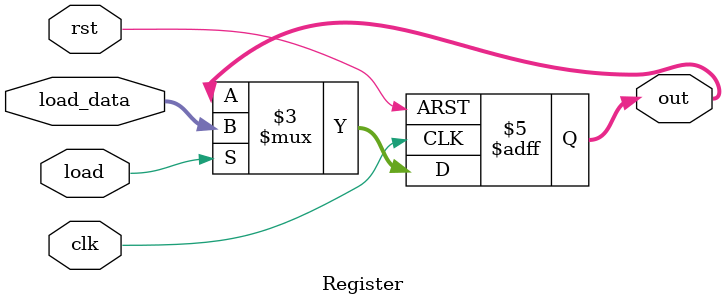
<source format=v>
module Register #(parameter N = 16, 
                  parameter [N - 1:0] INIT = {N{1'b0}})
                 (load_data, load, clk, rst, out);

    input [N - 1:0] load_data;
    input clk, rst, load;
    output reg [N - 1:0] out;

    always @(posedge clk or posedge rst) begin
        if (rst) 
            out = INIT;
        else if (load) 
            out = load_data;
    end

endmodule

</source>
